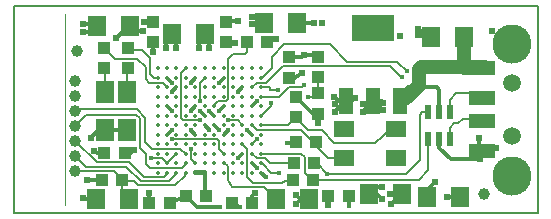
<source format=gbr>
%FSLAX23Y23*%
%MOIN*%
G04 EasyPC Gerber Version 17.0 Build 3379 *
%ADD86R,0.02362X0.04724*%
%ADD78R,0.03937X0.04331*%
%ADD72R,0.04134X0.04252*%
%ADD73R,0.04331X0.03937*%
%ADD76R,0.04800X0.08800*%
%ADD83R,0.05906X0.07480*%
%ADD28R,0.06299X0.07087*%
%ADD80R,0.08661X0.04724*%
%ADD77R,0.14173X0.08661*%
%ADD24C,0.00400*%
%ADD22C,0.00500*%
%ADD92C,0.00590*%
%ADD91C,0.01200*%
%ADD75C,0.01378*%
%ADD90C,0.01600*%
%ADD88C,0.01772*%
%ADD89C,0.02400*%
%ADD85C,0.03937*%
%ADD87C,0.03937*%
%ADD93C,0.04724*%
%ADD82C,0.05918*%
%ADD81C,0.13055*%
%ADD79R,0.04331X0.03937*%
%ADD29R,0.04252X0.04134*%
%ADD74R,0.03937X0.04331*%
%ADD84R,0.07087X0.05512*%
X0Y0D02*
D02*
D22*
X1844Y228D02*
X98D01*
Y918*
X1844*
Y228*
D02*
D24*
X267Y891D02*
Y255D01*
D02*
D28*
X372Y275D03*
X374Y850D03*
X482Y275D03*
X484Y850D03*
X624Y826D03*
X734D03*
X933Y863D03*
X972Y275D03*
X1043Y863D03*
X1082Y275D03*
X1283Y292D03*
X1393D03*
X1476Y281D03*
X1488Y814D03*
X1586Y281D03*
X1598Y814D03*
D02*
D29*
X563Y797D03*
Y866D03*
X805Y797D03*
Y866D03*
X1014Y679D03*
Y748D03*
X1112Y559D03*
Y628D03*
D02*
D72*
X398Y428D03*
X467D03*
X550Y261D03*
X619D03*
X824D03*
X892D03*
X1146Y285D03*
X1215D03*
D02*
D73*
X1039Y464D03*
X1106D03*
D02*
D74*
X1039Y548D03*
Y615D03*
D02*
D75*
X577Y363D03*
Y395D03*
Y426D03*
Y458D03*
Y489D03*
Y521D03*
Y552D03*
Y584D03*
Y615D03*
Y647D03*
Y678D03*
Y710D03*
X608Y363D03*
Y395D03*
Y426D03*
Y458D03*
Y489D03*
Y521D03*
Y552D03*
Y584D03*
Y615D03*
Y647D03*
Y678D03*
Y710D03*
X640Y363D03*
Y395D03*
Y426D03*
Y458D03*
Y489D03*
Y521D03*
Y552D03*
Y584D03*
Y615D03*
Y647D03*
Y678D03*
Y710D03*
X671Y363D03*
Y395D03*
Y426D03*
Y458D03*
Y489D03*
Y521D03*
Y552D03*
Y584D03*
Y615D03*
Y647D03*
Y678D03*
Y710D03*
X702Y363D03*
Y395D03*
Y426D03*
Y458D03*
Y489D03*
Y521D03*
Y552D03*
Y584D03*
Y615D03*
Y647D03*
Y678D03*
Y710D03*
X734Y363D03*
Y395D03*
Y426D03*
Y458D03*
Y489D03*
Y521D03*
Y552D03*
Y584D03*
Y615D03*
Y647D03*
Y678D03*
Y710D03*
X765Y363D03*
Y395D03*
Y426D03*
Y458D03*
Y489D03*
Y521D03*
Y552D03*
Y584D03*
Y615D03*
Y647D03*
Y678D03*
Y710D03*
X797Y363D03*
Y395D03*
Y426D03*
Y458D03*
Y489D03*
Y521D03*
Y552D03*
Y584D03*
Y615D03*
Y647D03*
Y678D03*
Y710D03*
X828Y363D03*
Y395D03*
Y426D03*
Y458D03*
Y489D03*
Y521D03*
Y552D03*
Y584D03*
Y615D03*
Y647D03*
Y678D03*
Y710D03*
X860Y363D03*
Y395D03*
Y426D03*
Y458D03*
Y489D03*
Y521D03*
Y552D03*
Y584D03*
Y615D03*
Y647D03*
Y678D03*
Y710D03*
X891Y363D03*
Y395D03*
Y426D03*
Y458D03*
Y489D03*
Y521D03*
Y552D03*
Y584D03*
Y615D03*
Y647D03*
Y678D03*
Y710D03*
X923Y363D03*
Y395D03*
Y426D03*
Y458D03*
Y489D03*
Y521D03*
Y552D03*
Y584D03*
Y615D03*
Y647D03*
Y678D03*
Y710D03*
D02*
D76*
X1204Y602D03*
X1295D03*
X1386D03*
D02*
D77*
X1295Y846D03*
D02*
D78*
X393Y338D03*
X460D03*
X673Y285D03*
X740D03*
X876Y798D03*
X943D03*
X1027Y338D03*
X1031Y395D03*
X1094Y338D03*
X1098Y395D03*
D02*
D79*
X399Y712D03*
Y779D03*
X480Y712D03*
Y779D03*
X1112Y682D03*
Y749D03*
D02*
D80*
X1659Y435D03*
Y534D03*
Y612D03*
Y711D03*
D02*
D81*
X1758Y353D03*
Y793D03*
D02*
D82*
Y484D03*
Y662D03*
D02*
D83*
X401Y505D03*
Y631D03*
X474Y505D03*
Y631D03*
D02*
D84*
X1199Y413D03*
Y507D03*
X1372Y413D03*
Y507D03*
D02*
D85*
X307Y767D03*
X1665Y290D03*
D02*
D86*
X1478Y476D03*
Y566D03*
X1515Y476D03*
Y566D03*
X1553Y476D03*
Y566D03*
D02*
D87*
X303Y369D03*
Y419D03*
Y469D03*
Y519D03*
Y569D03*
Y619D03*
Y669D03*
D02*
D88*
X624Y474D03*
Y505D03*
Y568D03*
Y663D03*
X626Y633D03*
X687Y442D03*
Y505D03*
Y568D03*
Y663D03*
X718Y568D03*
X750Y505D03*
Y568D03*
X781Y505D03*
Y568D03*
Y663D03*
X813Y505D03*
X844Y411D03*
Y631D03*
X876Y505D03*
X907Y379D03*
Y474D03*
Y600D03*
X939Y348D03*
X982Y363D03*
X1010Y462D03*
X1077Y615D03*
X1143Y359D03*
D02*
D89*
X328Y277D03*
X330Y832D03*
Y857D03*
X342Y338D03*
X354Y479D03*
X366Y436D03*
X439Y812D03*
X498Y438D03*
X527Y834D03*
X531Y865D03*
X549Y294D03*
X563Y765D03*
X604Y779D03*
X640D03*
X714D03*
X748D03*
X836Y796D03*
X846Y867D03*
X891Y857D03*
Y881D03*
X901Y294D03*
X972Y808D03*
X1039Y259D03*
Y287D03*
X1059Y696D03*
X1065Y755D03*
X1100Y863D03*
X1112Y529D03*
X1126Y863D03*
X1145Y255D03*
X1165Y615D03*
X1167Y590D03*
X1169Y564D03*
X1234Y611D03*
X1262Y566D03*
Y590D03*
X1325Y275D03*
Y314D03*
X1328Y570D03*
X1330Y596D03*
X1352Y290D03*
X1354Y259D03*
X1386Y818D03*
X1445Y820D03*
Y842D03*
X1502Y332D03*
X1543Y281D03*
X1649Y479D03*
X1651Y408D03*
X1691Y835D03*
X1704Y446D03*
D02*
D90*
X555Y411D03*
X718Y537D03*
Y600D03*
X785Y249D03*
X813Y537D03*
X852Y247D03*
X954Y594D03*
X978Y637D03*
X1065Y655D03*
X1214Y251D03*
X1391Y680D03*
X1407Y702D03*
D02*
D91*
X372Y275D02*
X328D01*
Y277*
X374Y850D02*
X352D01*
Y832*
X330*
X374Y850D02*
X354D01*
Y857*
X330*
X393Y338D02*
X342D01*
X398Y428D02*
X374D01*
X366Y436*
X401Y505D02*
X380D01*
X354Y479*
X467Y428D02*
X488D01*
X498Y438*
X474Y505D02*
X401D01*
X484Y850D02*
X492D01*
Y859*
X439Y812*
X484Y850D02*
X506D01*
Y834*
X527*
X549Y294D02*
Y262D01*
X550Y261*
X563Y797D02*
Y765D01*
Y866D02*
X532D01*
X531Y865*
X604Y779D02*
Y800D01*
X624*
Y826*
X608Y489D02*
X624Y505D01*
X608Y584D02*
X624Y568D01*
X608Y678D02*
X624Y663D01*
Y826D02*
X640Y810D01*
Y779*
Y647D02*
X626Y633D01*
X673Y285D02*
X619Y261D01*
X702Y363D02*
Y365D01*
X736*
Y285*
X740*
X702Y489D02*
X687Y505D01*
X702Y584D02*
X687Y568D01*
X702Y678D02*
X687Y663D01*
X734Y363D02*
X702D01*
X734Y521D02*
X750Y505D01*
X734Y552D02*
X718Y568D01*
X734Y826D02*
X726D01*
X714Y814*
Y779*
X748D02*
Y802D01*
X734*
Y826*
X765Y521D02*
X781Y505D01*
X765Y552D02*
X750Y568D01*
X785Y249D02*
X708D01*
X673Y285*
X797Y489D02*
X813Y505D01*
X797Y584D02*
X781Y568D01*
X797Y678D02*
X781Y663D01*
X805Y797D02*
X835D01*
X836Y796*
X805Y866D02*
Y867D01*
X846*
X824Y261D02*
X852Y247D01*
X860Y426D02*
X844Y411D01*
X860Y647D02*
X844Y631D01*
X891Y395D02*
X907Y379D01*
X891Y489D02*
X876Y505D01*
X891Y584D02*
X907Y600D01*
X892Y261D02*
Y286D01*
X901Y294*
X923Y363D02*
X939Y348D01*
X933Y863D02*
X935D01*
Y873*
X891Y881*
X933Y863D02*
X891Y857D01*
X943Y798D02*
X972Y808D01*
X1014Y679D02*
X1019D01*
Y668*
X1059Y696*
X1014Y748D02*
X1058D01*
X1065Y755*
X1039Y464D02*
Y462D01*
X1010*
X1043Y863D02*
X1100D01*
X1082Y275D02*
X1055D01*
X1039Y259*
X1082Y275D02*
X1051D01*
X1039Y287*
X1112Y559D02*
X1095D01*
X1039Y615*
X1112Y559D02*
Y529D01*
Y749D02*
Y755D01*
X1065*
X1146Y285D02*
X1145Y255D01*
X1169Y564D02*
Y567D01*
X1204Y602*
X1179*
X1167Y590*
X1204Y602D02*
X1224D01*
X1234Y611*
X1204Y602D02*
Y594D01*
X1187*
X1165Y615*
X1215Y285D02*
X1214Y251D01*
X1262Y590D02*
X1283D01*
X1295Y602*
X1283Y292D02*
X1307D01*
X1325Y275*
X1283Y292D02*
X1305D01*
Y314*
X1325*
X1295Y602D02*
Y600D01*
X1262Y566*
X1295Y602D02*
X1328Y570D01*
X1295Y602D02*
X1324D01*
X1330Y596*
X1393Y292D02*
X1354D01*
X1352Y290*
X1393Y292D02*
X1354Y259D01*
X1476Y281D02*
Y306D01*
X1502Y332*
X1488Y814D02*
Y818D01*
X1492*
Y810*
X1445Y820*
X1488Y814D02*
X1445Y842D01*
X1515Y566D02*
Y637D01*
X1508Y647*
X1412*
X1386Y621*
Y602*
X1586Y281D02*
X1543D01*
X1651Y408D02*
X1554D01*
X1515Y446*
Y476*
X1659Y435D02*
X1649Y451D01*
Y479*
X1659Y435D02*
X1675D01*
Y446*
X1704*
X1659Y435D02*
X1651Y408D01*
D02*
D92*
X303Y569D02*
Y574D01*
X507*
X535Y546*
Y466*
X559Y442*
X653*
X671Y426*
X401Y631D02*
Y710D01*
X399Y712*
X460Y338D02*
Y340D01*
X431Y369*
X303*
X303Y369*
X460Y338D02*
Y334D01*
X498*
X512Y320*
X634*
X667Y353*
Y363*
X671*
X474Y631D02*
Y706D01*
X480Y712*
X482Y275D02*
X478D01*
Y279*
X460Y296*
Y338*
X577Y678D02*
X565D01*
X551Y692*
Y745*
X525Y771*
X488*
X480Y779*
X608Y363D02*
X606D01*
Y355*
X598Y348*
X531*
X482Y397*
X375*
X303Y469*
X608Y395D02*
X640Y426D01*
X608Y395D02*
X592Y411D01*
X555*
X608Y647D02*
Y649D01*
X594Y663*
X549*
X537Y674*
Y716*
X510Y743*
X435*
X399Y779*
X640Y363D02*
Y359D01*
X614Y334*
X521*
X472Y383*
X339*
X303Y419*
X671Y395D02*
Y393D01*
X657Y379*
X551*
X537Y393*
Y426*
X517Y446*
Y544*
X506Y556*
X340*
X303Y519*
X671Y710D02*
X655Y694D01*
Y544*
X663Y537*
X718*
X702Y395D02*
X701D01*
X687Y409*
Y442*
X734Y678D02*
X718Y663D01*
Y600*
X765Y584D02*
Y588D01*
X777Y600*
X805*
X813Y607*
Y743*
X828Y759*
X870*
X876Y765*
Y798*
X797Y395D02*
X813Y385D01*
Y338*
X825Y316*
X931*
X972Y275*
X797Y426D02*
X781Y442D01*
Y468*
X775Y474*
X624*
X860Y521D02*
X846Y537D01*
X813*
X891Y458D02*
X907Y474D01*
X891Y647D02*
X907Y663D01*
X939*
X994Y718*
X1352*
X1390Y680*
X1391*
X923Y395D02*
X927D01*
Y391*
X954Y363*
X982*
X923Y521D02*
X1012D01*
X1039Y548*
X923Y552D02*
X954Y584D01*
Y594*
X923Y615D02*
X982D01*
X1015Y649*
X1059*
X1065Y655*
X923Y647D02*
X951D01*
Y637*
X978*
X923Y678D02*
X925D01*
X958Y712*
Y749*
X1000Y790*
X1153*
X1210Y733*
X1376*
X1407Y702*
X1027Y338D02*
X1002Y336D01*
X992Y328*
X895*
X876Y348*
Y442*
X860Y458*
X1031Y395D02*
X951D01*
X935Y411*
X907*
X891Y426*
X1077Y615D02*
X1099D01*
X1112Y628*
X1094Y338D02*
X1447D01*
X1480Y371*
Y476*
X1478*
X1094Y338D02*
X1090D01*
X1067Y361*
Y415*
X1055Y426*
X923*
X1098Y395D02*
X1108D01*
X1143Y359*
X1106Y464D02*
Y452D01*
X1145Y413*
X1199*
X1106Y464D02*
X1090D01*
Y470*
X1055Y505*
X907*
X891Y521*
X1112Y682D02*
Y628D01*
X1143Y359D02*
X1405D01*
X1451Y405*
Y556*
X1460Y566*
X1478*
X1372Y507D02*
X1354D01*
X1301Y462*
X1165*
X1124Y505*
X1078*
X1055Y529*
Y548*
X1039*
X1659Y534D02*
Y540D01*
X1596*
X1580Y527*
X1565*
X1551Y511*
Y476*
X1553*
X1659Y612D02*
X1649D01*
Y627*
X1572*
X1551Y606*
Y566*
X1553*
D02*
D93*
X1659Y711D02*
X1663D01*
Y712*
X1598Y713*
Y814*
X1659Y711D02*
Y714D01*
X1651Y713*
X1667*
Y714*
X1456*
X1447Y707*
Y653*
X1403Y609*
X1386*
Y602*
X0Y0D02*
M02*

</source>
